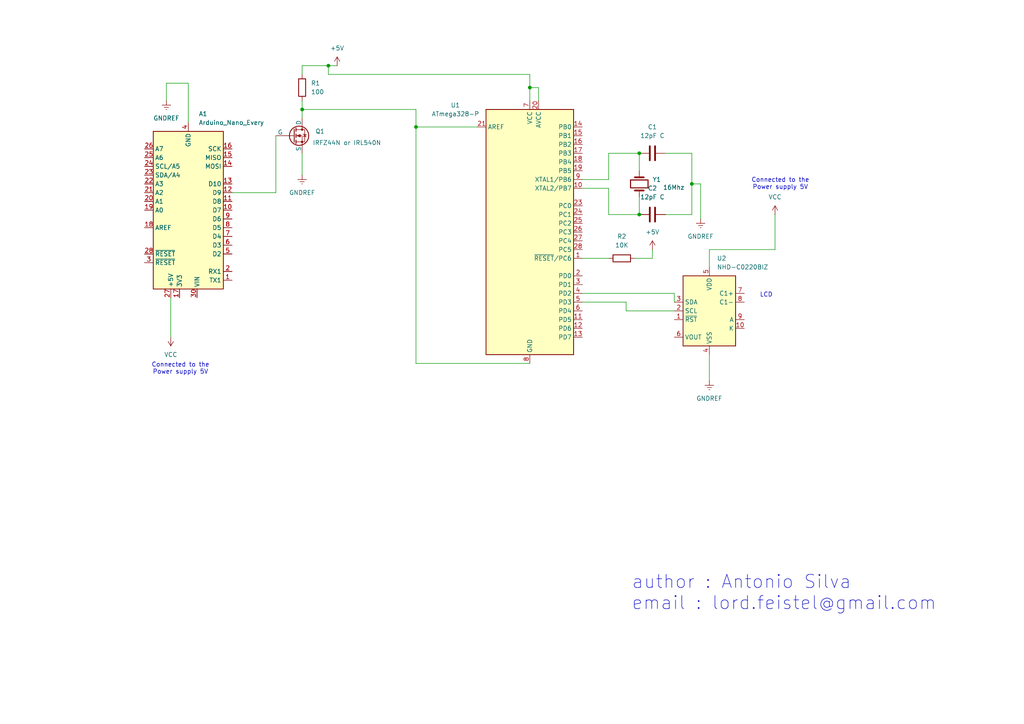
<source format=kicad_sch>
(kicad_sch
	(version 20231120)
	(generator "eeschema")
	(generator_version "8.0")
	(uuid "e467ade6-faa2-4739-bb90-b5eee98c7c51")
	(paper "A4")
	(lib_symbols
		(symbol "Device:C"
			(pin_numbers hide)
			(pin_names
				(offset 0.254)
			)
			(exclude_from_sim no)
			(in_bom yes)
			(on_board yes)
			(property "Reference" "C"
				(at 0.635 2.54 0)
				(effects
					(font
						(size 1.27 1.27)
					)
					(justify left)
				)
			)
			(property "Value" "C"
				(at 0.635 -2.54 0)
				(effects
					(font
						(size 1.27 1.27)
					)
					(justify left)
				)
			)
			(property "Footprint" ""
				(at 0.9652 -3.81 0)
				(effects
					(font
						(size 1.27 1.27)
					)
					(hide yes)
				)
			)
			(property "Datasheet" "~"
				(at 0 0 0)
				(effects
					(font
						(size 1.27 1.27)
					)
					(hide yes)
				)
			)
			(property "Description" "Unpolarized capacitor"
				(at 0 0 0)
				(effects
					(font
						(size 1.27 1.27)
					)
					(hide yes)
				)
			)
			(property "ki_keywords" "cap capacitor"
				(at 0 0 0)
				(effects
					(font
						(size 1.27 1.27)
					)
					(hide yes)
				)
			)
			(property "ki_fp_filters" "C_*"
				(at 0 0 0)
				(effects
					(font
						(size 1.27 1.27)
					)
					(hide yes)
				)
			)
			(symbol "C_0_1"
				(polyline
					(pts
						(xy -2.032 -0.762) (xy 2.032 -0.762)
					)
					(stroke
						(width 0.508)
						(type default)
					)
					(fill
						(type none)
					)
				)
				(polyline
					(pts
						(xy -2.032 0.762) (xy 2.032 0.762)
					)
					(stroke
						(width 0.508)
						(type default)
					)
					(fill
						(type none)
					)
				)
			)
			(symbol "C_1_1"
				(pin passive line
					(at 0 3.81 270)
					(length 2.794)
					(name "~"
						(effects
							(font
								(size 1.27 1.27)
							)
						)
					)
					(number "1"
						(effects
							(font
								(size 1.27 1.27)
							)
						)
					)
				)
				(pin passive line
					(at 0 -3.81 90)
					(length 2.794)
					(name "~"
						(effects
							(font
								(size 1.27 1.27)
							)
						)
					)
					(number "2"
						(effects
							(font
								(size 1.27 1.27)
							)
						)
					)
				)
			)
		)
		(symbol "Device:Crystal"
			(pin_numbers hide)
			(pin_names
				(offset 1.016) hide)
			(exclude_from_sim no)
			(in_bom yes)
			(on_board yes)
			(property "Reference" "Y"
				(at 0 3.81 0)
				(effects
					(font
						(size 1.27 1.27)
					)
				)
			)
			(property "Value" "Crystal"
				(at 0 -3.81 0)
				(effects
					(font
						(size 1.27 1.27)
					)
				)
			)
			(property "Footprint" ""
				(at 0 0 0)
				(effects
					(font
						(size 1.27 1.27)
					)
					(hide yes)
				)
			)
			(property "Datasheet" "~"
				(at 0 0 0)
				(effects
					(font
						(size 1.27 1.27)
					)
					(hide yes)
				)
			)
			(property "Description" "Two pin crystal"
				(at 0 0 0)
				(effects
					(font
						(size 1.27 1.27)
					)
					(hide yes)
				)
			)
			(property "ki_keywords" "quartz ceramic resonator oscillator"
				(at 0 0 0)
				(effects
					(font
						(size 1.27 1.27)
					)
					(hide yes)
				)
			)
			(property "ki_fp_filters" "Crystal*"
				(at 0 0 0)
				(effects
					(font
						(size 1.27 1.27)
					)
					(hide yes)
				)
			)
			(symbol "Crystal_0_1"
				(rectangle
					(start -1.143 2.54)
					(end 1.143 -2.54)
					(stroke
						(width 0.3048)
						(type default)
					)
					(fill
						(type none)
					)
				)
				(polyline
					(pts
						(xy -2.54 0) (xy -1.905 0)
					)
					(stroke
						(width 0)
						(type default)
					)
					(fill
						(type none)
					)
				)
				(polyline
					(pts
						(xy -1.905 -1.27) (xy -1.905 1.27)
					)
					(stroke
						(width 0.508)
						(type default)
					)
					(fill
						(type none)
					)
				)
				(polyline
					(pts
						(xy 1.905 -1.27) (xy 1.905 1.27)
					)
					(stroke
						(width 0.508)
						(type default)
					)
					(fill
						(type none)
					)
				)
				(polyline
					(pts
						(xy 2.54 0) (xy 1.905 0)
					)
					(stroke
						(width 0)
						(type default)
					)
					(fill
						(type none)
					)
				)
			)
			(symbol "Crystal_1_1"
				(pin passive line
					(at -3.81 0 0)
					(length 1.27)
					(name "1"
						(effects
							(font
								(size 1.27 1.27)
							)
						)
					)
					(number "1"
						(effects
							(font
								(size 1.27 1.27)
							)
						)
					)
				)
				(pin passive line
					(at 3.81 0 180)
					(length 1.27)
					(name "2"
						(effects
							(font
								(size 1.27 1.27)
							)
						)
					)
					(number "2"
						(effects
							(font
								(size 1.27 1.27)
							)
						)
					)
				)
			)
		)
		(symbol "Device:R"
			(pin_numbers hide)
			(pin_names
				(offset 0)
			)
			(exclude_from_sim no)
			(in_bom yes)
			(on_board yes)
			(property "Reference" "R"
				(at 2.032 0 90)
				(effects
					(font
						(size 1.27 1.27)
					)
				)
			)
			(property "Value" "R"
				(at 0 0 90)
				(effects
					(font
						(size 1.27 1.27)
					)
				)
			)
			(property "Footprint" ""
				(at -1.778 0 90)
				(effects
					(font
						(size 1.27 1.27)
					)
					(hide yes)
				)
			)
			(property "Datasheet" "~"
				(at 0 0 0)
				(effects
					(font
						(size 1.27 1.27)
					)
					(hide yes)
				)
			)
			(property "Description" "Resistor"
				(at 0 0 0)
				(effects
					(font
						(size 1.27 1.27)
					)
					(hide yes)
				)
			)
			(property "ki_keywords" "R res resistor"
				(at 0 0 0)
				(effects
					(font
						(size 1.27 1.27)
					)
					(hide yes)
				)
			)
			(property "ki_fp_filters" "R_*"
				(at 0 0 0)
				(effects
					(font
						(size 1.27 1.27)
					)
					(hide yes)
				)
			)
			(symbol "R_0_1"
				(rectangle
					(start -1.016 -2.54)
					(end 1.016 2.54)
					(stroke
						(width 0.254)
						(type default)
					)
					(fill
						(type none)
					)
				)
			)
			(symbol "R_1_1"
				(pin passive line
					(at 0 3.81 270)
					(length 1.27)
					(name "~"
						(effects
							(font
								(size 1.27 1.27)
							)
						)
					)
					(number "1"
						(effects
							(font
								(size 1.27 1.27)
							)
						)
					)
				)
				(pin passive line
					(at 0 -3.81 90)
					(length 1.27)
					(name "~"
						(effects
							(font
								(size 1.27 1.27)
							)
						)
					)
					(number "2"
						(effects
							(font
								(size 1.27 1.27)
							)
						)
					)
				)
			)
		)
		(symbol "Display_Character:NHD-C0220BIZ"
			(exclude_from_sim no)
			(in_bom yes)
			(on_board yes)
			(property "Reference" "U"
				(at -6.35 11.43 0)
				(effects
					(font
						(size 1.27 1.27)
					)
				)
			)
			(property "Value" "NHD-C0220BIZ"
				(at 8.89 11.43 0)
				(effects
					(font
						(size 1.27 1.27)
					)
				)
			)
			(property "Footprint" "Display:NHD-C0220BiZ"
				(at 0 -15.24 0)
				(effects
					(font
						(size 1.27 1.27)
					)
					(hide yes)
				)
			)
			(property "Datasheet" "http://www.newhavendisplay.com/specs/NHD-C0220BiZ-FSW-FBW-3V3M.pdf"
				(at -7.62 15.24 0)
				(effects
					(font
						(size 1.27 1.27)
					)
					(hide yes)
				)
			)
			(property "Description" "LCD 20x2 Alphanumeric 10pin Blue/White/Green Backlight, i2c, 3.3V VDD"
				(at 0 0 0)
				(effects
					(font
						(size 1.27 1.27)
					)
					(hide yes)
				)
			)
			(property "ki_keywords" "display LCD 20x2"
				(at 0 0 0)
				(effects
					(font
						(size 1.27 1.27)
					)
					(hide yes)
				)
			)
			(property "ki_fp_filters" "NHD*C0220BiZ*"
				(at 0 0 0)
				(effects
					(font
						(size 1.27 1.27)
					)
					(hide yes)
				)
			)
			(symbol "NHD-C0220BIZ_0_1"
				(rectangle
					(start -7.62 10.16)
					(end 7.62 -10.16)
					(stroke
						(width 0.254)
						(type default)
					)
					(fill
						(type background)
					)
				)
			)
			(symbol "NHD-C0220BIZ_1_1"
				(pin input line
					(at -10.16 -2.54 0)
					(length 2.54)
					(name "~{RST}"
						(effects
							(font
								(size 1.27 1.27)
							)
						)
					)
					(number "1"
						(effects
							(font
								(size 1.27 1.27)
							)
						)
					)
				)
				(pin passive line
					(at 10.16 -5.08 180)
					(length 2.54)
					(name "K"
						(effects
							(font
								(size 1.27 1.27)
							)
						)
					)
					(number "10"
						(effects
							(font
								(size 1.27 1.27)
							)
						)
					)
				)
				(pin input line
					(at -10.16 0 0)
					(length 2.54)
					(name "SCL"
						(effects
							(font
								(size 1.27 1.27)
							)
						)
					)
					(number "2"
						(effects
							(font
								(size 1.27 1.27)
							)
						)
					)
				)
				(pin bidirectional line
					(at -10.16 2.54 0)
					(length 2.54)
					(name "SDA"
						(effects
							(font
								(size 1.27 1.27)
							)
						)
					)
					(number "3"
						(effects
							(font
								(size 1.27 1.27)
							)
						)
					)
				)
				(pin power_in line
					(at 0 -12.7 90)
					(length 2.54)
					(name "VSS"
						(effects
							(font
								(size 1.27 1.27)
							)
						)
					)
					(number "4"
						(effects
							(font
								(size 1.27 1.27)
							)
						)
					)
				)
				(pin power_in line
					(at 0 12.7 270)
					(length 2.54)
					(name "VDD"
						(effects
							(font
								(size 1.27 1.27)
							)
						)
					)
					(number "5"
						(effects
							(font
								(size 1.27 1.27)
							)
						)
					)
				)
				(pin passive line
					(at -10.16 -7.62 0)
					(length 2.54)
					(name "VOUT"
						(effects
							(font
								(size 1.27 1.27)
							)
						)
					)
					(number "6"
						(effects
							(font
								(size 1.27 1.27)
							)
						)
					)
				)
				(pin passive line
					(at 10.16 5.08 180)
					(length 2.54)
					(name "C1+"
						(effects
							(font
								(size 1.27 1.27)
							)
						)
					)
					(number "7"
						(effects
							(font
								(size 1.27 1.27)
							)
						)
					)
				)
				(pin passive line
					(at 10.16 2.54 180)
					(length 2.54)
					(name "C1-"
						(effects
							(font
								(size 1.27 1.27)
							)
						)
					)
					(number "8"
						(effects
							(font
								(size 1.27 1.27)
							)
						)
					)
				)
				(pin passive line
					(at 10.16 -2.54 180)
					(length 2.54)
					(name "A"
						(effects
							(font
								(size 1.27 1.27)
							)
						)
					)
					(number "9"
						(effects
							(font
								(size 1.27 1.27)
							)
						)
					)
				)
			)
		)
		(symbol "MCU_Microchip_ATmega:ATmega328-P"
			(exclude_from_sim no)
			(in_bom yes)
			(on_board yes)
			(property "Reference" "U"
				(at -12.7 36.83 0)
				(effects
					(font
						(size 1.27 1.27)
					)
					(justify left bottom)
				)
			)
			(property "Value" "ATmega328-P"
				(at 2.54 -36.83 0)
				(effects
					(font
						(size 1.27 1.27)
					)
					(justify left top)
				)
			)
			(property "Footprint" "Package_DIP:DIP-28_W7.62mm"
				(at 0 0 0)
				(effects
					(font
						(size 1.27 1.27)
						(italic yes)
					)
					(hide yes)
				)
			)
			(property "Datasheet" "http://ww1.microchip.com/downloads/en/DeviceDoc/ATmega328_P%20AVR%20MCU%20with%20picoPower%20Technology%20Data%20Sheet%2040001984A.pdf"
				(at 0 0 0)
				(effects
					(font
						(size 1.27 1.27)
					)
					(hide yes)
				)
			)
			(property "Description" "20MHz, 32kB Flash, 2kB SRAM, 1kB EEPROM, DIP-28"
				(at 0 0 0)
				(effects
					(font
						(size 1.27 1.27)
					)
					(hide yes)
				)
			)
			(property "ki_keywords" "AVR 8bit Microcontroller MegaAVR"
				(at 0 0 0)
				(effects
					(font
						(size 1.27 1.27)
					)
					(hide yes)
				)
			)
			(property "ki_fp_filters" "DIP*W7.62mm*"
				(at 0 0 0)
				(effects
					(font
						(size 1.27 1.27)
					)
					(hide yes)
				)
			)
			(symbol "ATmega328-P_0_1"
				(rectangle
					(start -12.7 -35.56)
					(end 12.7 35.56)
					(stroke
						(width 0.254)
						(type default)
					)
					(fill
						(type background)
					)
				)
			)
			(symbol "ATmega328-P_1_1"
				(pin bidirectional line
					(at 15.24 -7.62 180)
					(length 2.54)
					(name "~{RESET}/PC6"
						(effects
							(font
								(size 1.27 1.27)
							)
						)
					)
					(number "1"
						(effects
							(font
								(size 1.27 1.27)
							)
						)
					)
				)
				(pin bidirectional line
					(at 15.24 12.7 180)
					(length 2.54)
					(name "XTAL2/PB7"
						(effects
							(font
								(size 1.27 1.27)
							)
						)
					)
					(number "10"
						(effects
							(font
								(size 1.27 1.27)
							)
						)
					)
				)
				(pin bidirectional line
					(at 15.24 -25.4 180)
					(length 2.54)
					(name "PD5"
						(effects
							(font
								(size 1.27 1.27)
							)
						)
					)
					(number "11"
						(effects
							(font
								(size 1.27 1.27)
							)
						)
					)
				)
				(pin bidirectional line
					(at 15.24 -27.94 180)
					(length 2.54)
					(name "PD6"
						(effects
							(font
								(size 1.27 1.27)
							)
						)
					)
					(number "12"
						(effects
							(font
								(size 1.27 1.27)
							)
						)
					)
				)
				(pin bidirectional line
					(at 15.24 -30.48 180)
					(length 2.54)
					(name "PD7"
						(effects
							(font
								(size 1.27 1.27)
							)
						)
					)
					(number "13"
						(effects
							(font
								(size 1.27 1.27)
							)
						)
					)
				)
				(pin bidirectional line
					(at 15.24 30.48 180)
					(length 2.54)
					(name "PB0"
						(effects
							(font
								(size 1.27 1.27)
							)
						)
					)
					(number "14"
						(effects
							(font
								(size 1.27 1.27)
							)
						)
					)
				)
				(pin bidirectional line
					(at 15.24 27.94 180)
					(length 2.54)
					(name "PB1"
						(effects
							(font
								(size 1.27 1.27)
							)
						)
					)
					(number "15"
						(effects
							(font
								(size 1.27 1.27)
							)
						)
					)
				)
				(pin bidirectional line
					(at 15.24 25.4 180)
					(length 2.54)
					(name "PB2"
						(effects
							(font
								(size 1.27 1.27)
							)
						)
					)
					(number "16"
						(effects
							(font
								(size 1.27 1.27)
							)
						)
					)
				)
				(pin bidirectional line
					(at 15.24 22.86 180)
					(length 2.54)
					(name "PB3"
						(effects
							(font
								(size 1.27 1.27)
							)
						)
					)
					(number "17"
						(effects
							(font
								(size 1.27 1.27)
							)
						)
					)
				)
				(pin bidirectional line
					(at 15.24 20.32 180)
					(length 2.54)
					(name "PB4"
						(effects
							(font
								(size 1.27 1.27)
							)
						)
					)
					(number "18"
						(effects
							(font
								(size 1.27 1.27)
							)
						)
					)
				)
				(pin bidirectional line
					(at 15.24 17.78 180)
					(length 2.54)
					(name "PB5"
						(effects
							(font
								(size 1.27 1.27)
							)
						)
					)
					(number "19"
						(effects
							(font
								(size 1.27 1.27)
							)
						)
					)
				)
				(pin bidirectional line
					(at 15.24 -12.7 180)
					(length 2.54)
					(name "PD0"
						(effects
							(font
								(size 1.27 1.27)
							)
						)
					)
					(number "2"
						(effects
							(font
								(size 1.27 1.27)
							)
						)
					)
				)
				(pin power_in line
					(at 2.54 38.1 270)
					(length 2.54)
					(name "AVCC"
						(effects
							(font
								(size 1.27 1.27)
							)
						)
					)
					(number "20"
						(effects
							(font
								(size 1.27 1.27)
							)
						)
					)
				)
				(pin passive line
					(at -15.24 30.48 0)
					(length 2.54)
					(name "AREF"
						(effects
							(font
								(size 1.27 1.27)
							)
						)
					)
					(number "21"
						(effects
							(font
								(size 1.27 1.27)
							)
						)
					)
				)
				(pin passive line
					(at 0 -38.1 90)
					(length 2.54) hide
					(name "GND"
						(effects
							(font
								(size 1.27 1.27)
							)
						)
					)
					(number "22"
						(effects
							(font
								(size 1.27 1.27)
							)
						)
					)
				)
				(pin bidirectional line
					(at 15.24 7.62 180)
					(length 2.54)
					(name "PC0"
						(effects
							(font
								(size 1.27 1.27)
							)
						)
					)
					(number "23"
						(effects
							(font
								(size 1.27 1.27)
							)
						)
					)
				)
				(pin bidirectional line
					(at 15.24 5.08 180)
					(length 2.54)
					(name "PC1"
						(effects
							(font
								(size 1.27 1.27)
							)
						)
					)
					(number "24"
						(effects
							(font
								(size 1.27 1.27)
							)
						)
					)
				)
				(pin bidirectional line
					(at 15.24 2.54 180)
					(length 2.54)
					(name "PC2"
						(effects
							(font
								(size 1.27 1.27)
							)
						)
					)
					(number "25"
						(effects
							(font
								(size 1.27 1.27)
							)
						)
					)
				)
				(pin bidirectional line
					(at 15.24 0 180)
					(length 2.54)
					(name "PC3"
						(effects
							(font
								(size 1.27 1.27)
							)
						)
					)
					(number "26"
						(effects
							(font
								(size 1.27 1.27)
							)
						)
					)
				)
				(pin bidirectional line
					(at 15.24 -2.54 180)
					(length 2.54)
					(name "PC4"
						(effects
							(font
								(size 1.27 1.27)
							)
						)
					)
					(number "27"
						(effects
							(font
								(size 1.27 1.27)
							)
						)
					)
				)
				(pin bidirectional line
					(at 15.24 -5.08 180)
					(length 2.54)
					(name "PC5"
						(effects
							(font
								(size 1.27 1.27)
							)
						)
					)
					(number "28"
						(effects
							(font
								(size 1.27 1.27)
							)
						)
					)
				)
				(pin bidirectional line
					(at 15.24 -15.24 180)
					(length 2.54)
					(name "PD1"
						(effects
							(font
								(size 1.27 1.27)
							)
						)
					)
					(number "3"
						(effects
							(font
								(size 1.27 1.27)
							)
						)
					)
				)
				(pin bidirectional line
					(at 15.24 -17.78 180)
					(length 2.54)
					(name "PD2"
						(effects
							(font
								(size 1.27 1.27)
							)
						)
					)
					(number "4"
						(effects
							(font
								(size 1.27 1.27)
							)
						)
					)
				)
				(pin bidirectional line
					(at 15.24 -20.32 180)
					(length 2.54)
					(name "PD3"
						(effects
							(font
								(size 1.27 1.27)
							)
						)
					)
					(number "5"
						(effects
							(font
								(size 1.27 1.27)
							)
						)
					)
				)
				(pin bidirectional line
					(at 15.24 -22.86 180)
					(length 2.54)
					(name "PD4"
						(effects
							(font
								(size 1.27 1.27)
							)
						)
					)
					(number "6"
						(effects
							(font
								(size 1.27 1.27)
							)
						)
					)
				)
				(pin power_in line
					(at 0 38.1 270)
					(length 2.54)
					(name "VCC"
						(effects
							(font
								(size 1.27 1.27)
							)
						)
					)
					(number "7"
						(effects
							(font
								(size 1.27 1.27)
							)
						)
					)
				)
				(pin power_in line
					(at 0 -38.1 90)
					(length 2.54)
					(name "GND"
						(effects
							(font
								(size 1.27 1.27)
							)
						)
					)
					(number "8"
						(effects
							(font
								(size 1.27 1.27)
							)
						)
					)
				)
				(pin bidirectional line
					(at 15.24 15.24 180)
					(length 2.54)
					(name "XTAL1/PB6"
						(effects
							(font
								(size 1.27 1.27)
							)
						)
					)
					(number "9"
						(effects
							(font
								(size 1.27 1.27)
							)
						)
					)
				)
			)
		)
		(symbol "MCU_Module:Arduino_Nano_Every"
			(exclude_from_sim no)
			(in_bom yes)
			(on_board yes)
			(property "Reference" "A"
				(at -10.16 23.495 0)
				(effects
					(font
						(size 1.27 1.27)
					)
					(justify left bottom)
				)
			)
			(property "Value" "Arduino_Nano_Every"
				(at 5.08 -24.13 0)
				(effects
					(font
						(size 1.27 1.27)
					)
					(justify left top)
				)
			)
			(property "Footprint" "Module:Arduino_Nano"
				(at 0 0 0)
				(effects
					(font
						(size 1.27 1.27)
						(italic yes)
					)
					(hide yes)
				)
			)
			(property "Datasheet" "https://content.arduino.cc/assets/NANOEveryV3.0_sch.pdf"
				(at 0 0 0)
				(effects
					(font
						(size 1.27 1.27)
					)
					(hide yes)
				)
			)
			(property "Description" "Arduino Nano Every"
				(at 0 0 0)
				(effects
					(font
						(size 1.27 1.27)
					)
					(hide yes)
				)
			)
			(property "ki_keywords" "Arduino nano microcontroller module USB UPDI AATMega4809 AVR"
				(at 0 0 0)
				(effects
					(font
						(size 1.27 1.27)
					)
					(hide yes)
				)
			)
			(property "ki_fp_filters" "Arduino*Nano*"
				(at 0 0 0)
				(effects
					(font
						(size 1.27 1.27)
					)
					(hide yes)
				)
			)
			(symbol "Arduino_Nano_Every_0_1"
				(rectangle
					(start -10.16 22.86)
					(end 10.16 -22.86)
					(stroke
						(width 0.254)
						(type default)
					)
					(fill
						(type background)
					)
				)
			)
			(symbol "Arduino_Nano_Every_1_1"
				(pin bidirectional line
					(at -12.7 20.32 0)
					(length 2.54)
					(name "TX1"
						(effects
							(font
								(size 1.27 1.27)
							)
						)
					)
					(number "1"
						(effects
							(font
								(size 1.27 1.27)
							)
						)
					)
				)
				(pin bidirectional line
					(at -12.7 0 0)
					(length 2.54)
					(name "D7"
						(effects
							(font
								(size 1.27 1.27)
							)
						)
					)
					(number "10"
						(effects
							(font
								(size 1.27 1.27)
							)
						)
					)
				)
				(pin bidirectional line
					(at -12.7 -2.54 0)
					(length 2.54)
					(name "D8"
						(effects
							(font
								(size 1.27 1.27)
							)
						)
					)
					(number "11"
						(effects
							(font
								(size 1.27 1.27)
							)
						)
					)
				)
				(pin bidirectional line
					(at -12.7 -5.08 0)
					(length 2.54)
					(name "D9"
						(effects
							(font
								(size 1.27 1.27)
							)
						)
					)
					(number "12"
						(effects
							(font
								(size 1.27 1.27)
							)
						)
					)
				)
				(pin bidirectional line
					(at -12.7 -7.62 0)
					(length 2.54)
					(name "D10"
						(effects
							(font
								(size 1.27 1.27)
							)
						)
					)
					(number "13"
						(effects
							(font
								(size 1.27 1.27)
							)
						)
					)
				)
				(pin bidirectional line
					(at -12.7 -12.7 0)
					(length 2.54)
					(name "MOSI"
						(effects
							(font
								(size 1.27 1.27)
							)
						)
					)
					(number "14"
						(effects
							(font
								(size 1.27 1.27)
							)
						)
					)
				)
				(pin bidirectional line
					(at -12.7 -15.24 0)
					(length 2.54)
					(name "MISO"
						(effects
							(font
								(size 1.27 1.27)
							)
						)
					)
					(number "15"
						(effects
							(font
								(size 1.27 1.27)
							)
						)
					)
				)
				(pin bidirectional line
					(at -12.7 -17.78 0)
					(length 2.54)
					(name "SCK"
						(effects
							(font
								(size 1.27 1.27)
							)
						)
					)
					(number "16"
						(effects
							(font
								(size 1.27 1.27)
							)
						)
					)
				)
				(pin power_out line
					(at 2.54 25.4 270)
					(length 2.54)
					(name "3V3"
						(effects
							(font
								(size 1.27 1.27)
							)
						)
					)
					(number "17"
						(effects
							(font
								(size 1.27 1.27)
							)
						)
					)
				)
				(pin input line
					(at 12.7 5.08 180)
					(length 2.54)
					(name "AREF"
						(effects
							(font
								(size 1.27 1.27)
							)
						)
					)
					(number "18"
						(effects
							(font
								(size 1.27 1.27)
							)
						)
					)
				)
				(pin bidirectional line
					(at 12.7 0 180)
					(length 2.54)
					(name "A0"
						(effects
							(font
								(size 1.27 1.27)
							)
						)
					)
					(number "19"
						(effects
							(font
								(size 1.27 1.27)
							)
						)
					)
				)
				(pin bidirectional line
					(at -12.7 17.78 0)
					(length 2.54)
					(name "RX1"
						(effects
							(font
								(size 1.27 1.27)
							)
						)
					)
					(number "2"
						(effects
							(font
								(size 1.27 1.27)
							)
						)
					)
				)
				(pin bidirectional line
					(at 12.7 -2.54 180)
					(length 2.54)
					(name "A1"
						(effects
							(font
								(size 1.27 1.27)
							)
						)
					)
					(number "20"
						(effects
							(font
								(size 1.27 1.27)
							)
						)
					)
				)
				(pin bidirectional line
					(at 12.7 -5.08 180)
					(length 2.54)
					(name "A2"
						(effects
							(font
								(size 1.27 1.27)
							)
						)
					)
					(number "21"
						(effects
							(font
								(size 1.27 1.27)
							)
						)
					)
				)
				(pin bidirectional line
					(at 12.7 -7.62 180)
					(length 2.54)
					(name "A3"
						(effects
							(font
								(size 1.27 1.27)
							)
						)
					)
					(number "22"
						(effects
							(font
								(size 1.27 1.27)
							)
						)
					)
				)
				(pin bidirectional line
					(at 12.7 -10.16 180)
					(length 2.54)
					(name "SDA/A4"
						(effects
							(font
								(size 1.27 1.27)
							)
						)
					)
					(number "23"
						(effects
							(font
								(size 1.27 1.27)
							)
						)
					)
				)
				(pin bidirectional line
					(at 12.7 -12.7 180)
					(length 2.54)
					(name "SCL/A5"
						(effects
							(font
								(size 1.27 1.27)
							)
						)
					)
					(number "24"
						(effects
							(font
								(size 1.27 1.27)
							)
						)
					)
				)
				(pin bidirectional line
					(at 12.7 -15.24 180)
					(length 2.54)
					(name "A6"
						(effects
							(font
								(size 1.27 1.27)
							)
						)
					)
					(number "25"
						(effects
							(font
								(size 1.27 1.27)
							)
						)
					)
				)
				(pin bidirectional line
					(at 12.7 -17.78 180)
					(length 2.54)
					(name "A7"
						(effects
							(font
								(size 1.27 1.27)
							)
						)
					)
					(number "26"
						(effects
							(font
								(size 1.27 1.27)
							)
						)
					)
				)
				(pin power_out line
					(at 5.08 25.4 270)
					(length 2.54)
					(name "+5V"
						(effects
							(font
								(size 1.27 1.27)
							)
						)
					)
					(number "27"
						(effects
							(font
								(size 1.27 1.27)
							)
						)
					)
				)
				(pin input line
					(at 12.7 12.7 180)
					(length 2.54)
					(name "~{RESET}"
						(effects
							(font
								(size 1.27 1.27)
							)
						)
					)
					(number "28"
						(effects
							(font
								(size 1.27 1.27)
							)
						)
					)
				)
				(pin passive line
					(at 0 -25.4 90)
					(length 2.54) hide
					(name "GND"
						(effects
							(font
								(size 1.27 1.27)
							)
						)
					)
					(number "29"
						(effects
							(font
								(size 1.27 1.27)
							)
						)
					)
				)
				(pin input line
					(at 12.7 15.24 180)
					(length 2.54)
					(name "~{RESET}"
						(effects
							(font
								(size 1.27 1.27)
							)
						)
					)
					(number "3"
						(effects
							(font
								(size 1.27 1.27)
							)
						)
					)
				)
				(pin power_in line
					(at -2.54 25.4 270)
					(length 2.54)
					(name "VIN"
						(effects
							(font
								(size 1.27 1.27)
							)
						)
					)
					(number "30"
						(effects
							(font
								(size 1.27 1.27)
							)
						)
					)
				)
				(pin power_in line
					(at 0 -25.4 90)
					(length 2.54)
					(name "GND"
						(effects
							(font
								(size 1.27 1.27)
							)
						)
					)
					(number "4"
						(effects
							(font
								(size 1.27 1.27)
							)
						)
					)
				)
				(pin bidirectional line
					(at -12.7 12.7 0)
					(length 2.54)
					(name "D2"
						(effects
							(font
								(size 1.27 1.27)
							)
						)
					)
					(number "5"
						(effects
							(font
								(size 1.27 1.27)
							)
						)
					)
				)
				(pin bidirectional line
					(at -12.7 10.16 0)
					(length 2.54)
					(name "D3"
						(effects
							(font
								(size 1.27 1.27)
							)
						)
					)
					(number "6"
						(effects
							(font
								(size 1.27 1.27)
							)
						)
					)
				)
				(pin bidirectional line
					(at -12.7 7.62 0)
					(length 2.54)
					(name "D4"
						(effects
							(font
								(size 1.27 1.27)
							)
						)
					)
					(number "7"
						(effects
							(font
								(size 1.27 1.27)
							)
						)
					)
				)
				(pin bidirectional line
					(at -12.7 5.08 0)
					(length 2.54)
					(name "D5"
						(effects
							(font
								(size 1.27 1.27)
							)
						)
					)
					(number "8"
						(effects
							(font
								(size 1.27 1.27)
							)
						)
					)
				)
				(pin bidirectional line
					(at -12.7 2.54 0)
					(length 2.54)
					(name "D6"
						(effects
							(font
								(size 1.27 1.27)
							)
						)
					)
					(number "9"
						(effects
							(font
								(size 1.27 1.27)
							)
						)
					)
				)
			)
		)
		(symbol "Simulation_SPICE:NMOS"
			(pin_numbers hide)
			(pin_names
				(offset 0)
			)
			(exclude_from_sim no)
			(in_bom yes)
			(on_board yes)
			(property "Reference" "Q"
				(at 5.08 1.27 0)
				(effects
					(font
						(size 1.27 1.27)
					)
					(justify left)
				)
			)
			(property "Value" "NMOS"
				(at 5.08 -1.27 0)
				(effects
					(font
						(size 1.27 1.27)
					)
					(justify left)
				)
			)
			(property "Footprint" ""
				(at 5.08 2.54 0)
				(effects
					(font
						(size 1.27 1.27)
					)
					(hide yes)
				)
			)
			(property "Datasheet" "https://ngspice.sourceforge.io/docs/ngspice-html-manual/manual.xhtml#cha_MOSFETs"
				(at 0 -12.7 0)
				(effects
					(font
						(size 1.27 1.27)
					)
					(hide yes)
				)
			)
			(property "Description" "N-MOSFET transistor, drain/source/gate"
				(at 0 0 0)
				(effects
					(font
						(size 1.27 1.27)
					)
					(hide yes)
				)
			)
			(property "Sim.Device" "NMOS"
				(at 0 -17.145 0)
				(effects
					(font
						(size 1.27 1.27)
					)
					(hide yes)
				)
			)
			(property "Sim.Type" "VDMOS"
				(at 0 -19.05 0)
				(effects
					(font
						(size 1.27 1.27)
					)
					(hide yes)
				)
			)
			(property "Sim.Pins" "1=D 2=G 3=S"
				(at 0 -15.24 0)
				(effects
					(font
						(size 1.27 1.27)
					)
					(hide yes)
				)
			)
			(property "ki_keywords" "transistor NMOS N-MOS N-MOSFET simulation"
				(at 0 0 0)
				(effects
					(font
						(size 1.27 1.27)
					)
					(hide yes)
				)
			)
			(symbol "NMOS_0_1"
				(polyline
					(pts
						(xy 0.254 0) (xy -2.54 0)
					)
					(stroke
						(width 0)
						(type default)
					)
					(fill
						(type none)
					)
				)
				(polyline
					(pts
						(xy 0.254 1.905) (xy 0.254 -1.905)
					)
					(stroke
						(width 0.254)
						(type default)
					)
					(fill
						(type none)
					)
				)
				(polyline
					(pts
						(xy 0.762 -1.27) (xy 0.762 -2.286)
					)
					(stroke
						(width 0.254)
						(type default)
					)
					(fill
						(type none)
					)
				)
				(polyline
					(pts
						(xy 0.762 0.508) (xy 0.762 -0.508)
					)
					(stroke
						(width 0.254)
						(type default)
					)
					(fill
						(type none)
					)
				)
				(polyline
					(pts
						(xy 0.762 2.286) (xy 0.762 1.27)
					)
					(stroke
						(width 0.254)
						(type default)
					)
					(fill
						(type none)
					)
				)
				(polyline
					(pts
						(xy 2.54 2.54) (xy 2.54 1.778)
					)
					(stroke
						(width 0)
						(type default)
					)
					(fill
						(type none)
					)
				)
				(polyline
					(pts
						(xy 2.54 -2.54) (xy 2.54 0) (xy 0.762 0)
					)
					(stroke
						(width 0)
						(type default)
					)
					(fill
						(type none)
					)
				)
				(polyline
					(pts
						(xy 0.762 -1.778) (xy 3.302 -1.778) (xy 3.302 1.778) (xy 0.762 1.778)
					)
					(stroke
						(width 0)
						(type default)
					)
					(fill
						(type none)
					)
				)
				(polyline
					(pts
						(xy 1.016 0) (xy 2.032 0.381) (xy 2.032 -0.381) (xy 1.016 0)
					)
					(stroke
						(width 0)
						(type default)
					)
					(fill
						(type outline)
					)
				)
				(polyline
					(pts
						(xy 2.794 0.508) (xy 2.921 0.381) (xy 3.683 0.381) (xy 3.81 0.254)
					)
					(stroke
						(width 0)
						(type default)
					)
					(fill
						(type none)
					)
				)
				(polyline
					(pts
						(xy 3.302 0.381) (xy 2.921 -0.254) (xy 3.683 -0.254) (xy 3.302 0.381)
					)
					(stroke
						(width 0)
						(type default)
					)
					(fill
						(type none)
					)
				)
				(circle
					(center 1.651 0)
					(radius 2.794)
					(stroke
						(width 0.254)
						(type default)
					)
					(fill
						(type none)
					)
				)
				(circle
					(center 2.54 -1.778)
					(radius 0.254)
					(stroke
						(width 0)
						(type default)
					)
					(fill
						(type outline)
					)
				)
				(circle
					(center 2.54 1.778)
					(radius 0.254)
					(stroke
						(width 0)
						(type default)
					)
					(fill
						(type outline)
					)
				)
			)
			(symbol "NMOS_1_1"
				(pin passive line
					(at 2.54 5.08 270)
					(length 2.54)
					(name "D"
						(effects
							(font
								(size 1.27 1.27)
							)
						)
					)
					(number "1"
						(effects
							(font
								(size 1.27 1.27)
							)
						)
					)
				)
				(pin input line
					(at -5.08 0 0)
					(length 2.54)
					(name "G"
						(effects
							(font
								(size 1.27 1.27)
							)
						)
					)
					(number "2"
						(effects
							(font
								(size 1.27 1.27)
							)
						)
					)
				)
				(pin passive line
					(at 2.54 -5.08 90)
					(length 2.54)
					(name "S"
						(effects
							(font
								(size 1.27 1.27)
							)
						)
					)
					(number "3"
						(effects
							(font
								(size 1.27 1.27)
							)
						)
					)
				)
			)
		)
		(symbol "power:+5V"
			(power)
			(pin_numbers hide)
			(pin_names
				(offset 0) hide)
			(exclude_from_sim no)
			(in_bom yes)
			(on_board yes)
			(property "Reference" "#PWR"
				(at 0 -3.81 0)
				(effects
					(font
						(size 1.27 1.27)
					)
					(hide yes)
				)
			)
			(property "Value" "+5V"
				(at 0 3.556 0)
				(effects
					(font
						(size 1.27 1.27)
					)
				)
			)
			(property "Footprint" ""
				(at 0 0 0)
				(effects
					(font
						(size 1.27 1.27)
					)
					(hide yes)
				)
			)
			(property "Datasheet" ""
				(at 0 0 0)
				(effects
					(font
						(size 1.27 1.27)
					)
					(hide yes)
				)
			)
			(property "Description" "Power symbol creates a global label with name \"+5V\""
				(at 0 0 0)
				(effects
					(font
						(size 1.27 1.27)
					)
					(hide yes)
				)
			)
			(property "ki_keywords" "global power"
				(at 0 0 0)
				(effects
					(font
						(size 1.27 1.27)
					)
					(hide yes)
				)
			)
			(symbol "+5V_0_1"
				(polyline
					(pts
						(xy -0.762 1.27) (xy 0 2.54)
					)
					(stroke
						(width 0)
						(type default)
					)
					(fill
						(type none)
					)
				)
				(polyline
					(pts
						(xy 0 0) (xy 0 2.54)
					)
					(stroke
						(width 0)
						(type default)
					)
					(fill
						(type none)
					)
				)
				(polyline
					(pts
						(xy 0 2.54) (xy 0.762 1.27)
					)
					(stroke
						(width 0)
						(type default)
					)
					(fill
						(type none)
					)
				)
			)
			(symbol "+5V_1_1"
				(pin power_in line
					(at 0 0 90)
					(length 0)
					(name "~"
						(effects
							(font
								(size 1.27 1.27)
							)
						)
					)
					(number "1"
						(effects
							(font
								(size 1.27 1.27)
							)
						)
					)
				)
			)
		)
		(symbol "power:GNDREF"
			(power)
			(pin_numbers hide)
			(pin_names
				(offset 0) hide)
			(exclude_from_sim no)
			(in_bom yes)
			(on_board yes)
			(property "Reference" "#PWR"
				(at 0 -6.35 0)
				(effects
					(font
						(size 1.27 1.27)
					)
					(hide yes)
				)
			)
			(property "Value" "GNDREF"
				(at 0 -3.81 0)
				(effects
					(font
						(size 1.27 1.27)
					)
				)
			)
			(property "Footprint" ""
				(at 0 0 0)
				(effects
					(font
						(size 1.27 1.27)
					)
					(hide yes)
				)
			)
			(property "Datasheet" ""
				(at 0 0 0)
				(effects
					(font
						(size 1.27 1.27)
					)
					(hide yes)
				)
			)
			(property "Description" "Power symbol creates a global label with name \"GNDREF\" , reference supply ground"
				(at 0 0 0)
				(effects
					(font
						(size 1.27 1.27)
					)
					(hide yes)
				)
			)
			(property "ki_keywords" "global power"
				(at 0 0 0)
				(effects
					(font
						(size 1.27 1.27)
					)
					(hide yes)
				)
			)
			(symbol "GNDREF_0_1"
				(polyline
					(pts
						(xy -0.635 -1.905) (xy 0.635 -1.905)
					)
					(stroke
						(width 0)
						(type default)
					)
					(fill
						(type none)
					)
				)
				(polyline
					(pts
						(xy -0.127 -2.54) (xy 0.127 -2.54)
					)
					(stroke
						(width 0)
						(type default)
					)
					(fill
						(type none)
					)
				)
				(polyline
					(pts
						(xy 0 -1.27) (xy 0 0)
					)
					(stroke
						(width 0)
						(type default)
					)
					(fill
						(type none)
					)
				)
				(polyline
					(pts
						(xy 1.27 -1.27) (xy -1.27 -1.27)
					)
					(stroke
						(width 0)
						(type default)
					)
					(fill
						(type none)
					)
				)
			)
			(symbol "GNDREF_1_1"
				(pin power_in line
					(at 0 0 270)
					(length 0)
					(name "~"
						(effects
							(font
								(size 1.27 1.27)
							)
						)
					)
					(number "1"
						(effects
							(font
								(size 1.27 1.27)
							)
						)
					)
				)
			)
		)
		(symbol "power:VCC"
			(power)
			(pin_numbers hide)
			(pin_names
				(offset 0) hide)
			(exclude_from_sim no)
			(in_bom yes)
			(on_board yes)
			(property "Reference" "#PWR"
				(at 0 -3.81 0)
				(effects
					(font
						(size 1.27 1.27)
					)
					(hide yes)
				)
			)
			(property "Value" "VCC"
				(at 0 3.556 0)
				(effects
					(font
						(size 1.27 1.27)
					)
				)
			)
			(property "Footprint" ""
				(at 0 0 0)
				(effects
					(font
						(size 1.27 1.27)
					)
					(hide yes)
				)
			)
			(property "Datasheet" ""
				(at 0 0 0)
				(effects
					(font
						(size 1.27 1.27)
					)
					(hide yes)
				)
			)
			(property "Description" "Power symbol creates a global label with name \"VCC\""
				(at 0 0 0)
				(effects
					(font
						(size 1.27 1.27)
					)
					(hide yes)
				)
			)
			(property "ki_keywords" "global power"
				(at 0 0 0)
				(effects
					(font
						(size 1.27 1.27)
					)
					(hide yes)
				)
			)
			(symbol "VCC_0_1"
				(polyline
					(pts
						(xy -0.762 1.27) (xy 0 2.54)
					)
					(stroke
						(width 0)
						(type default)
					)
					(fill
						(type none)
					)
				)
				(polyline
					(pts
						(xy 0 0) (xy 0 2.54)
					)
					(stroke
						(width 0)
						(type default)
					)
					(fill
						(type none)
					)
				)
				(polyline
					(pts
						(xy 0 2.54) (xy 0.762 1.27)
					)
					(stroke
						(width 0)
						(type default)
					)
					(fill
						(type none)
					)
				)
			)
			(symbol "VCC_1_1"
				(pin power_in line
					(at 0 0 90)
					(length 0)
					(name "~"
						(effects
							(font
								(size 1.27 1.27)
							)
						)
					)
					(number "1"
						(effects
							(font
								(size 1.27 1.27)
							)
						)
					)
				)
			)
		)
	)
	(junction
		(at 153.67 25.4)
		(diameter 0)
		(color 0 0 0 0)
		(uuid "3926e9a1-c12d-407a-bc99-3ccf82413b1c")
	)
	(junction
		(at 95.25 19.05)
		(diameter 0)
		(color 0 0 0 0)
		(uuid "47f3fe80-34f4-4e3b-8ca5-532cbe1ae24e")
	)
	(junction
		(at 185.42 62.23)
		(diameter 0)
		(color 0 0 0 0)
		(uuid "8943773f-da2f-49a0-b7d2-0da6fa6adf23")
	)
	(junction
		(at 200.66 53.34)
		(diameter 0)
		(color 0 0 0 0)
		(uuid "bf6ce209-52ab-4b34-a772-2ed0298e5ef8")
	)
	(junction
		(at 120.65 36.83)
		(diameter 0)
		(color 0 0 0 0)
		(uuid "c3a71343-69ff-4838-883a-2d590ff371bd")
	)
	(junction
		(at 185.42 44.45)
		(diameter 0)
		(color 0 0 0 0)
		(uuid "db11756a-3a15-4b37-9b26-9b188cac5be6")
	)
	(junction
		(at 87.63 31.75)
		(diameter 0)
		(color 0 0 0 0)
		(uuid "f3fb1613-e953-4dd1-afac-fa5c8c1c6eec")
	)
	(wire
		(pts
			(xy 156.21 29.21) (xy 156.21 25.4)
		)
		(stroke
			(width 0)
			(type default)
		)
		(uuid "01bb0a1b-de1b-4d95-b8e0-960c43737aad")
	)
	(wire
		(pts
			(xy 87.63 29.21) (xy 87.63 31.75)
		)
		(stroke
			(width 0)
			(type default)
		)
		(uuid "045e5295-3147-429b-a8d6-145722e5fe61")
	)
	(wire
		(pts
			(xy 156.21 25.4) (xy 153.67 25.4)
		)
		(stroke
			(width 0)
			(type default)
		)
		(uuid "12145b02-a564-4fed-b843-6af92508cc96")
	)
	(wire
		(pts
			(xy 193.04 62.23) (xy 200.66 62.23)
		)
		(stroke
			(width 0)
			(type default)
		)
		(uuid "15ba9863-613e-4c83-85d3-73667a1a385b")
	)
	(wire
		(pts
			(xy 87.63 19.05) (xy 95.25 19.05)
		)
		(stroke
			(width 0)
			(type default)
		)
		(uuid "2671dc6e-1328-408e-85dc-321c3eb8059e")
	)
	(wire
		(pts
			(xy 87.63 31.75) (xy 87.63 34.29)
		)
		(stroke
			(width 0)
			(type default)
		)
		(uuid "27d04e15-9314-46de-a372-7e6abb780d63")
	)
	(wire
		(pts
			(xy 176.53 54.61) (xy 176.53 62.23)
		)
		(stroke
			(width 0)
			(type default)
		)
		(uuid "2fb571e6-214f-4bf6-8592-074562141a3e")
	)
	(wire
		(pts
			(xy 184.15 74.93) (xy 189.23 74.93)
		)
		(stroke
			(width 0)
			(type default)
		)
		(uuid "2fbdcf73-a7a6-4c4b-a73c-9a3f2e3fbfff")
	)
	(wire
		(pts
			(xy 49.53 86.36) (xy 49.53 97.79)
		)
		(stroke
			(width 0)
			(type default)
		)
		(uuid "32c8e0d6-1197-4622-9638-ed295f2eb649")
	)
	(wire
		(pts
			(xy 95.25 21.59) (xy 95.25 19.05)
		)
		(stroke
			(width 0)
			(type default)
		)
		(uuid "33a8c111-7062-42d0-ab66-5fa1ab93d742")
	)
	(wire
		(pts
			(xy 54.61 24.13) (xy 54.61 35.56)
		)
		(stroke
			(width 0)
			(type default)
		)
		(uuid "35a5bd8e-1832-4825-8553-c91f55faeee0")
	)
	(wire
		(pts
			(xy 181.61 90.17) (xy 195.58 90.17)
		)
		(stroke
			(width 0)
			(type default)
		)
		(uuid "3ee72147-b106-47b0-8681-4ec436566ea4")
	)
	(wire
		(pts
			(xy 185.42 44.45) (xy 185.42 49.53)
		)
		(stroke
			(width 0)
			(type default)
		)
		(uuid "428365a7-dd49-453b-8e58-613ab749cc3f")
	)
	(wire
		(pts
			(xy 205.74 102.87) (xy 205.74 110.49)
		)
		(stroke
			(width 0)
			(type default)
		)
		(uuid "4858b8d7-e498-4fa3-b35c-48fd27215db2")
	)
	(wire
		(pts
			(xy 87.63 44.45) (xy 87.63 50.8)
		)
		(stroke
			(width 0)
			(type default)
		)
		(uuid "48ab4fce-21f8-4684-bfce-3be1536dcffa")
	)
	(wire
		(pts
			(xy 120.65 31.75) (xy 87.63 31.75)
		)
		(stroke
			(width 0)
			(type default)
		)
		(uuid "4d598094-6db3-46f1-883d-35d28bcbe556")
	)
	(wire
		(pts
			(xy 80.01 55.88) (xy 80.01 39.37)
		)
		(stroke
			(width 0)
			(type default)
		)
		(uuid "54cc5585-e690-4e8b-8e96-ef174f85824e")
	)
	(wire
		(pts
			(xy 120.65 105.41) (xy 120.65 36.83)
		)
		(stroke
			(width 0)
			(type default)
		)
		(uuid "5d576026-ee24-4ddd-8ec8-b480a2c8c9d9")
	)
	(wire
		(pts
			(xy 176.53 44.45) (xy 185.42 44.45)
		)
		(stroke
			(width 0)
			(type default)
		)
		(uuid "639bda25-f4b0-484e-a53f-e00e3c70143a")
	)
	(wire
		(pts
			(xy 168.91 85.09) (xy 195.58 85.09)
		)
		(stroke
			(width 0)
			(type default)
		)
		(uuid "6c773fef-0dfd-49f9-9e34-66ce4ce67762")
	)
	(wire
		(pts
			(xy 120.65 36.83) (xy 138.43 36.83)
		)
		(stroke
			(width 0)
			(type default)
		)
		(uuid "6fa0074c-6203-46d8-8c76-8ce71aecaca9")
	)
	(wire
		(pts
			(xy 48.26 29.21) (xy 48.26 24.13)
		)
		(stroke
			(width 0)
			(type default)
		)
		(uuid "740ecb79-f2f2-446d-b0b4-8f9c3f9743da")
	)
	(wire
		(pts
			(xy 181.61 87.63) (xy 181.61 90.17)
		)
		(stroke
			(width 0)
			(type default)
		)
		(uuid "75ec3028-e3ac-45fd-8e7e-e07a51e10117")
	)
	(wire
		(pts
			(xy 203.2 53.34) (xy 200.66 53.34)
		)
		(stroke
			(width 0)
			(type default)
		)
		(uuid "7c4d75fc-c21f-4a1d-983a-4c18745c075a")
	)
	(wire
		(pts
			(xy 48.26 24.13) (xy 54.61 24.13)
		)
		(stroke
			(width 0)
			(type default)
		)
		(uuid "80da920c-f32d-469f-bd6f-0203f7d2f8ac")
	)
	(wire
		(pts
			(xy 185.42 57.15) (xy 185.42 62.23)
		)
		(stroke
			(width 0)
			(type default)
		)
		(uuid "8379ef72-0ff5-47fe-8f4f-38ba6b225af8")
	)
	(wire
		(pts
			(xy 189.23 74.93) (xy 189.23 72.39)
		)
		(stroke
			(width 0)
			(type default)
		)
		(uuid "844c1ac3-a245-4d74-94c5-c51877f647ac")
	)
	(wire
		(pts
			(xy 200.66 62.23) (xy 200.66 53.34)
		)
		(stroke
			(width 0)
			(type default)
		)
		(uuid "92e03538-2b03-48ec-81a7-3d0ed236e422")
	)
	(wire
		(pts
			(xy 95.25 19.05) (xy 97.79 19.05)
		)
		(stroke
			(width 0)
			(type default)
		)
		(uuid "94de8a46-f8c4-4b74-8eea-48033b400fe0")
	)
	(wire
		(pts
			(xy 153.67 21.59) (xy 95.25 21.59)
		)
		(stroke
			(width 0)
			(type default)
		)
		(uuid "99cf6f32-4e64-468a-8499-eb4fd5988684")
	)
	(wire
		(pts
			(xy 153.67 25.4) (xy 153.67 21.59)
		)
		(stroke
			(width 0)
			(type default)
		)
		(uuid "9bcafc56-136b-43c7-bf8b-732f4c4d280e")
	)
	(wire
		(pts
			(xy 120.65 36.83) (xy 120.65 31.75)
		)
		(stroke
			(width 0)
			(type default)
		)
		(uuid "9d2cb741-e4c4-4f92-86e3-4b4dbb05966d")
	)
	(wire
		(pts
			(xy 176.53 52.07) (xy 176.53 44.45)
		)
		(stroke
			(width 0)
			(type default)
		)
		(uuid "a18c1faf-a054-4b30-9b5f-4213b219848d")
	)
	(wire
		(pts
			(xy 168.91 74.93) (xy 176.53 74.93)
		)
		(stroke
			(width 0)
			(type default)
		)
		(uuid "aea12eb7-ed87-40f2-8ec9-0d713ddb3638")
	)
	(wire
		(pts
			(xy 224.79 72.39) (xy 224.79 62.23)
		)
		(stroke
			(width 0)
			(type default)
		)
		(uuid "bc129fbb-27bc-490b-93b2-37e111904ff7")
	)
	(wire
		(pts
			(xy 195.58 85.09) (xy 195.58 87.63)
		)
		(stroke
			(width 0)
			(type default)
		)
		(uuid "bd98b10f-97ab-4baa-9ac6-6959e3e9dc97")
	)
	(wire
		(pts
			(xy 200.66 53.34) (xy 200.66 44.45)
		)
		(stroke
			(width 0)
			(type default)
		)
		(uuid "c3360f90-3ce2-4a2e-833a-67dc36e5b03d")
	)
	(wire
		(pts
			(xy 67.31 55.88) (xy 80.01 55.88)
		)
		(stroke
			(width 0)
			(type default)
		)
		(uuid "c3dcc36b-0d6a-4ebd-a771-d39a5f688b13")
	)
	(wire
		(pts
			(xy 176.53 62.23) (xy 185.42 62.23)
		)
		(stroke
			(width 0)
			(type default)
		)
		(uuid "c60fd834-55c0-4429-a8fd-8b55347cb6ee")
	)
	(wire
		(pts
			(xy 153.67 29.21) (xy 153.67 25.4)
		)
		(stroke
			(width 0)
			(type default)
		)
		(uuid "c94c0fc6-e6d1-4465-b426-3fa08c6bec03")
	)
	(wire
		(pts
			(xy 87.63 21.59) (xy 87.63 19.05)
		)
		(stroke
			(width 0)
			(type default)
		)
		(uuid "cc3379ba-6c70-4ef8-9edb-7f7b958dfe81")
	)
	(wire
		(pts
			(xy 203.2 63.5) (xy 203.2 53.34)
		)
		(stroke
			(width 0)
			(type default)
		)
		(uuid "d2e79f4b-d38f-42a1-b121-e3ef5dc1946e")
	)
	(wire
		(pts
			(xy 168.91 54.61) (xy 176.53 54.61)
		)
		(stroke
			(width 0)
			(type default)
		)
		(uuid "d9382f42-c0d8-40cd-ac12-31fea59dd9d8")
	)
	(wire
		(pts
			(xy 153.67 105.41) (xy 120.65 105.41)
		)
		(stroke
			(width 0)
			(type default)
		)
		(uuid "dabcc10e-afd2-4302-951b-4fe4a4618904")
	)
	(wire
		(pts
			(xy 193.04 44.45) (xy 200.66 44.45)
		)
		(stroke
			(width 0)
			(type default)
		)
		(uuid "e6ffe02f-309e-4957-8172-8532e9a276fb")
	)
	(wire
		(pts
			(xy 205.74 72.39) (xy 224.79 72.39)
		)
		(stroke
			(width 0)
			(type default)
		)
		(uuid "ef9307b5-33e7-4ac5-b51f-07dbe71bf5b8")
	)
	(wire
		(pts
			(xy 168.91 52.07) (xy 176.53 52.07)
		)
		(stroke
			(width 0)
			(type default)
		)
		(uuid "f86c4ebd-a166-4c5b-869e-f8b3743d554d")
	)
	(wire
		(pts
			(xy 168.91 87.63) (xy 181.61 87.63)
		)
		(stroke
			(width 0)
			(type default)
		)
		(uuid "fc527ae3-bc06-49a7-9261-b9a304e440c8")
	)
	(wire
		(pts
			(xy 205.74 77.47) (xy 205.74 72.39)
		)
		(stroke
			(width 0)
			(type default)
		)
		(uuid "feb2e127-e0d9-4eff-8b7f-93e425eda048")
	)
	(text "Connected to the \nPower supply 5V "
		(exclude_from_sim no)
		(at 52.832 106.934 0)
		(effects
			(font
				(size 1.27 1.27)
			)
		)
		(uuid "2ee83a46-4238-4aa6-a574-16209eeb3ac7")
	)
	(text "Connected to the \nPower supply 5V "
		(exclude_from_sim no)
		(at 226.822 53.34 0)
		(effects
			(font
				(size 1.27 1.27)
			)
		)
		(uuid "3ffd5eb9-1189-4265-8a21-1ed3191b867e")
	)
	(text "author : Antonio Silva\nemail : lord.feistel@gmail.com"
		(exclude_from_sim no)
		(at 183.134 171.958 0)
		(effects
			(font
				(size 3.81 3.81)
			)
			(justify left)
		)
		(uuid "5aa81323-7844-4c0c-822e-db7b544be2c1")
	)
	(text "LCD"
		(exclude_from_sim no)
		(at 222.25 85.598 0)
		(effects
			(font
				(size 1.27 1.27)
			)
		)
		(uuid "877a18bc-25ca-4cf5-bc8b-8af799f04b03")
	)
	(symbol
		(lib_id "Device:R")
		(at 180.34 74.93 90)
		(unit 1)
		(exclude_from_sim no)
		(in_bom yes)
		(on_board yes)
		(dnp no)
		(fields_autoplaced yes)
		(uuid "03cadbca-cb73-41ed-88c1-328312ee1fea")
		(property "Reference" "R2"
			(at 180.34 68.58 90)
			(effects
				(font
					(size 1.27 1.27)
				)
			)
		)
		(property "Value" "10K"
			(at 180.34 71.12 90)
			(effects
				(font
					(size 1.27 1.27)
				)
			)
		)
		(property "Footprint" ""
			(at 180.34 76.708 90)
			(effects
				(font
					(size 1.27 1.27)
				)
				(hide yes)
			)
		)
		(property "Datasheet" "~"
			(at 180.34 74.93 0)
			(effects
				(font
					(size 1.27 1.27)
				)
				(hide yes)
			)
		)
		(property "Description" "Resistor"
			(at 180.34 74.93 0)
			(effects
				(font
					(size 1.27 1.27)
				)
				(hide yes)
			)
		)
		(pin "1"
			(uuid "eef59d5f-732a-4413-9b92-03cd32234ecb")
		)
		(pin "2"
			(uuid "2e793991-42b7-4319-8e33-82f04f8d03b9")
		)
		(instances
			(project "arduino_mosfet"
				(path "/e467ade6-faa2-4739-bb90-b5eee98c7c51"
					(reference "R2")
					(unit 1)
				)
			)
		)
	)
	(symbol
		(lib_id "power:+5V")
		(at 189.23 72.39 0)
		(unit 1)
		(exclude_from_sim no)
		(in_bom yes)
		(on_board yes)
		(dnp no)
		(fields_autoplaced yes)
		(uuid "0ed3020d-0245-4709-8219-b4942102da07")
		(property "Reference" "#PWR03"
			(at 189.23 76.2 0)
			(effects
				(font
					(size 1.27 1.27)
				)
				(hide yes)
			)
		)
		(property "Value" "+5V"
			(at 189.23 67.31 0)
			(effects
				(font
					(size 1.27 1.27)
				)
			)
		)
		(property "Footprint" ""
			(at 189.23 72.39 0)
			(effects
				(font
					(size 1.27 1.27)
				)
				(hide yes)
			)
		)
		(property "Datasheet" ""
			(at 189.23 72.39 0)
			(effects
				(font
					(size 1.27 1.27)
				)
				(hide yes)
			)
		)
		(property "Description" "Power symbol creates a global label with name \"+5V\""
			(at 189.23 72.39 0)
			(effects
				(font
					(size 1.27 1.27)
				)
				(hide yes)
			)
		)
		(pin "1"
			(uuid "efc8d908-cf68-4dbd-9536-5f078e3669e9")
		)
		(instances
			(project "arduino_mosfet"
				(path "/e467ade6-faa2-4739-bb90-b5eee98c7c51"
					(reference "#PWR03")
					(unit 1)
				)
			)
		)
	)
	(symbol
		(lib_id "power:VCC")
		(at 49.53 97.79 180)
		(unit 1)
		(exclude_from_sim no)
		(in_bom yes)
		(on_board yes)
		(dnp no)
		(fields_autoplaced yes)
		(uuid "3a340228-0b4a-4d66-a93f-2146ba1305a3")
		(property "Reference" "#PWR010"
			(at 49.53 93.98 0)
			(effects
				(font
					(size 1.27 1.27)
				)
				(hide yes)
			)
		)
		(property "Value" "VCC"
			(at 49.53 102.87 0)
			(effects
				(font
					(size 1.27 1.27)
				)
			)
		)
		(property "Footprint" ""
			(at 49.53 97.79 0)
			(effects
				(font
					(size 1.27 1.27)
				)
				(hide yes)
			)
		)
		(property "Datasheet" ""
			(at 49.53 97.79 0)
			(effects
				(font
					(size 1.27 1.27)
				)
				(hide yes)
			)
		)
		(property "Description" "Power symbol creates a global label with name \"VCC\""
			(at 49.53 97.79 0)
			(effects
				(font
					(size 1.27 1.27)
				)
				(hide yes)
			)
		)
		(pin "1"
			(uuid "0f9a1dcd-a2a4-44ea-9388-567cd500ed03")
		)
		(instances
			(project "arduino_mosfet"
				(path "/e467ade6-faa2-4739-bb90-b5eee98c7c51"
					(reference "#PWR010")
					(unit 1)
				)
			)
		)
	)
	(symbol
		(lib_id "Device:Crystal")
		(at 185.42 53.34 90)
		(unit 1)
		(exclude_from_sim no)
		(in_bom yes)
		(on_board yes)
		(dnp no)
		(uuid "41bf73e0-b42c-4d39-882f-0b1f2af1a6fb")
		(property "Reference" "Y1"
			(at 189.23 52.0699 90)
			(effects
				(font
					(size 1.27 1.27)
				)
				(justify right)
			)
		)
		(property "Value" "16Mhz"
			(at 192.278 54.356 90)
			(effects
				(font
					(size 1.27 1.27)
				)
				(justify right)
			)
		)
		(property "Footprint" ""
			(at 185.42 53.34 0)
			(effects
				(font
					(size 1.27 1.27)
				)
				(hide yes)
			)
		)
		(property "Datasheet" "~"
			(at 185.42 53.34 0)
			(effects
				(font
					(size 1.27 1.27)
				)
				(hide yes)
			)
		)
		(property "Description" "Two pin crystal"
			(at 185.42 53.34 0)
			(effects
				(font
					(size 1.27 1.27)
				)
				(hide yes)
			)
		)
		(pin "1"
			(uuid "7cb1b600-dd5d-4cf9-8b0e-42834a60145f")
		)
		(pin "2"
			(uuid "5faed490-beb7-4e73-b05a-92fb76e8750a")
		)
		(instances
			(project "arduino_mosfet"
				(path "/e467ade6-faa2-4739-bb90-b5eee98c7c51"
					(reference "Y1")
					(unit 1)
				)
			)
		)
	)
	(symbol
		(lib_id "MCU_Module:Arduino_Nano_Every")
		(at 54.61 60.96 180)
		(unit 1)
		(exclude_from_sim no)
		(in_bom yes)
		(on_board yes)
		(dnp no)
		(fields_autoplaced yes)
		(uuid "5004cc50-79f5-4775-8a0f-8e63e0e95d7d")
		(property "Reference" "A1"
			(at 57.6265 33.02 0)
			(effects
				(font
					(size 1.27 1.27)
				)
				(justify right)
			)
		)
		(property "Value" "Arduino_Nano_Every"
			(at 57.6265 35.56 0)
			(effects
				(font
					(size 1.27 1.27)
				)
				(justify right)
			)
		)
		(property "Footprint" "Module:Arduino_Nano"
			(at 54.61 60.96 0)
			(effects
				(font
					(size 1.27 1.27)
					(italic yes)
				)
				(hide yes)
			)
		)
		(property "Datasheet" "https://content.arduino.cc/assets/NANOEveryV3.0_sch.pdf"
			(at 54.61 60.96 0)
			(effects
				(font
					(size 1.27 1.27)
				)
				(hide yes)
			)
		)
		(property "Description" "Arduino Nano Every"
			(at 54.61 60.96 0)
			(effects
				(font
					(size 1.27 1.27)
				)
				(hide yes)
			)
		)
		(pin "26"
			(uuid "fd86a2ab-3a19-4840-b46c-9396b35e29ae")
		)
		(pin "4"
			(uuid "4a51aca2-ef69-40ed-b9c4-49a3d753e04c")
		)
		(pin "1"
			(uuid "229a9b9f-dc0c-4421-956a-ccd28ed2aa41")
		)
		(pin "21"
			(uuid "970c418e-1055-490b-aa04-c300cb54e39e")
		)
		(pin "13"
			(uuid "1834c703-b1f9-4bdd-accf-1c3b514dd9e3")
		)
		(pin "27"
			(uuid "15c0eae0-a145-4443-922a-500e4bff2a06")
		)
		(pin "3"
			(uuid "dacf5afc-b6ca-4400-baf8-fd8c03d9eb8c")
		)
		(pin "29"
			(uuid "aea8682b-f63d-400d-a968-c67389eac524")
		)
		(pin "20"
			(uuid "7cc91444-6973-4f53-9d87-714961e5950c")
		)
		(pin "8"
			(uuid "102056ad-6477-4838-a80f-7e250390c833")
		)
		(pin "11"
			(uuid "c7a5e407-d123-47c9-9561-3d18768de161")
		)
		(pin "24"
			(uuid "f6da2029-5950-4a16-bb58-e18bbaa3e1ad")
		)
		(pin "14"
			(uuid "9ecc211d-77f8-49c8-9906-f2a5ce71ce49")
		)
		(pin "5"
			(uuid "9933d253-468e-4df8-9c34-12e4349b5bd4")
		)
		(pin "30"
			(uuid "ca6fd386-1892-4c2c-af73-91c59cc6ff59")
		)
		(pin "19"
			(uuid "35adbcfe-56f2-48e7-ae2b-c6d84449543c")
		)
		(pin "6"
			(uuid "a3cd8876-4f4e-4ad8-8651-d5853eca93f4")
		)
		(pin "22"
			(uuid "b2dcc0ce-2335-48fe-9a94-cff8124b9e18")
		)
		(pin "9"
			(uuid "59ec4472-9657-4999-b42e-cc62368c2b43")
		)
		(pin "28"
			(uuid "096fd4e4-e2bf-4006-bbd3-03440c7f0ae0")
		)
		(pin "15"
			(uuid "7f8f9152-446f-4601-8bbc-de834de60dc9")
		)
		(pin "2"
			(uuid "33bc243b-9550-4065-8f9d-db19e5e3fdae")
		)
		(pin "12"
			(uuid "3e59f348-de33-48e9-9c01-e8c510065da9")
		)
		(pin "23"
			(uuid "eec8c87e-41dd-4263-8d5b-07e1ce0554a9")
		)
		(pin "25"
			(uuid "ba821b4a-c8bd-44b4-9358-9c74f5f6d009")
		)
		(pin "16"
			(uuid "d2f8f65d-36cf-4eb1-82b9-a31043476d36")
		)
		(pin "18"
			(uuid "8f2cdf1b-e1fb-4afd-bd72-2a2b0cc29910")
		)
		(pin "10"
			(uuid "59987785-cc13-480a-ab14-f276cd377c8d")
		)
		(pin "17"
			(uuid "f490c6cd-f2b5-4ef3-ad32-bbca00e0134f")
		)
		(pin "7"
			(uuid "92e6ecde-10d7-4ce6-8d34-44e668af97f4")
		)
		(instances
			(project "arduino_mosfet"
				(path "/e467ade6-faa2-4739-bb90-b5eee98c7c51"
					(reference "A1")
					(unit 1)
				)
			)
		)
	)
	(symbol
		(lib_id "power:VCC")
		(at 224.79 62.23 0)
		(unit 1)
		(exclude_from_sim no)
		(in_bom yes)
		(on_board yes)
		(dnp no)
		(fields_autoplaced yes)
		(uuid "5c1ce1de-568d-4a05-b7b2-b56fa12479cb")
		(property "Reference" "#PWR09"
			(at 224.79 66.04 0)
			(effects
				(font
					(size 1.27 1.27)
				)
				(hide yes)
			)
		)
		(property "Value" "VCC"
			(at 224.79 57.15 0)
			(effects
				(font
					(size 1.27 1.27)
				)
			)
		)
		(property "Footprint" ""
			(at 224.79 62.23 0)
			(effects
				(font
					(size 1.27 1.27)
				)
				(hide yes)
			)
		)
		(property "Datasheet" ""
			(at 224.79 62.23 0)
			(effects
				(font
					(size 1.27 1.27)
				)
				(hide yes)
			)
		)
		(property "Description" "Power symbol creates a global label with name \"VCC\""
			(at 224.79 62.23 0)
			(effects
				(font
					(size 1.27 1.27)
				)
				(hide yes)
			)
		)
		(pin "1"
			(uuid "9255f7a1-54d9-4b9c-972f-554dd53e442c")
		)
		(instances
			(project "arduino_mosfet"
				(path "/e467ade6-faa2-4739-bb90-b5eee98c7c51"
					(reference "#PWR09")
					(unit 1)
				)
			)
		)
	)
	(symbol
		(lib_id "power:GNDREF")
		(at 48.26 29.21 0)
		(unit 1)
		(exclude_from_sim no)
		(in_bom yes)
		(on_board yes)
		(dnp no)
		(fields_autoplaced yes)
		(uuid "5d754b3d-ac04-4f2e-92a7-03bfe78cd3d8")
		(property "Reference" "#PWR06"
			(at 48.26 35.56 0)
			(effects
				(font
					(size 1.27 1.27)
				)
				(hide yes)
			)
		)
		(property "Value" "GNDREF"
			(at 48.26 34.29 0)
			(effects
				(font
					(size 1.27 1.27)
				)
			)
		)
		(property "Footprint" ""
			(at 48.26 29.21 0)
			(effects
				(font
					(size 1.27 1.27)
				)
				(hide yes)
			)
		)
		(property "Datasheet" ""
			(at 48.26 29.21 0)
			(effects
				(font
					(size 1.27 1.27)
				)
				(hide yes)
			)
		)
		(property "Description" "Power symbol creates a global label with name \"GNDREF\" , reference supply ground"
			(at 48.26 29.21 0)
			(effects
				(font
					(size 1.27 1.27)
				)
				(hide yes)
			)
		)
		(pin "1"
			(uuid "0355857a-d160-4bf2-881e-a34b16e084ae")
		)
		(instances
			(project "arduino_mosfet"
				(path "/e467ade6-faa2-4739-bb90-b5eee98c7c51"
					(reference "#PWR06")
					(unit 1)
				)
			)
		)
	)
	(symbol
		(lib_id "power:GNDREF")
		(at 205.74 110.49 0)
		(unit 1)
		(exclude_from_sim no)
		(in_bom yes)
		(on_board yes)
		(dnp no)
		(fields_autoplaced yes)
		(uuid "62d1b0bc-d901-4940-85cb-29fcc0100fe0")
		(property "Reference" "#PWR08"
			(at 205.74 116.84 0)
			(effects
				(font
					(size 1.27 1.27)
				)
				(hide yes)
			)
		)
		(property "Value" "GNDREF"
			(at 205.74 115.57 0)
			(effects
				(font
					(size 1.27 1.27)
				)
			)
		)
		(property "Footprint" ""
			(at 205.74 110.49 0)
			(effects
				(font
					(size 1.27 1.27)
				)
				(hide yes)
			)
		)
		(property "Datasheet" ""
			(at 205.74 110.49 0)
			(effects
				(font
					(size 1.27 1.27)
				)
				(hide yes)
			)
		)
		(property "Description" "Power symbol creates a global label with name \"GNDREF\" , reference supply ground"
			(at 205.74 110.49 0)
			(effects
				(font
					(size 1.27 1.27)
				)
				(hide yes)
			)
		)
		(pin "1"
			(uuid "3888e008-c934-4ce3-baa8-f454dc71be5f")
		)
		(instances
			(project "arduino_mosfet"
				(path "/e467ade6-faa2-4739-bb90-b5eee98c7c51"
					(reference "#PWR08")
					(unit 1)
				)
			)
		)
	)
	(symbol
		(lib_id "power:+5V")
		(at 97.79 19.05 0)
		(unit 1)
		(exclude_from_sim no)
		(in_bom yes)
		(on_board yes)
		(dnp no)
		(fields_autoplaced yes)
		(uuid "73c34371-5b92-433b-9757-f09b77a910ee")
		(property "Reference" "#PWR02"
			(at 97.79 22.86 0)
			(effects
				(font
					(size 1.27 1.27)
				)
				(hide yes)
			)
		)
		(property "Value" "+5V"
			(at 97.79 13.97 0)
			(effects
				(font
					(size 1.27 1.27)
				)
			)
		)
		(property "Footprint" ""
			(at 97.79 19.05 0)
			(effects
				(font
					(size 1.27 1.27)
				)
				(hide yes)
			)
		)
		(property "Datasheet" ""
			(at 97.79 19.05 0)
			(effects
				(font
					(size 1.27 1.27)
				)
				(hide yes)
			)
		)
		(property "Description" "Power symbol creates a global label with name \"+5V\""
			(at 97.79 19.05 0)
			(effects
				(font
					(size 1.27 1.27)
				)
				(hide yes)
			)
		)
		(pin "1"
			(uuid "a6371419-78fe-445c-8690-12b7251098ee")
		)
		(instances
			(project "arduino_mosfet"
				(path "/e467ade6-faa2-4739-bb90-b5eee98c7c51"
					(reference "#PWR02")
					(unit 1)
				)
			)
		)
	)
	(symbol
		(lib_id "Display_Character:NHD-C0220BIZ")
		(at 205.74 90.17 0)
		(unit 1)
		(exclude_from_sim no)
		(in_bom yes)
		(on_board yes)
		(dnp no)
		(fields_autoplaced yes)
		(uuid "7baba28c-34b8-4221-bd56-fa01bca4bcb3")
		(property "Reference" "U2"
			(at 207.9341 74.93 0)
			(effects
				(font
					(size 1.27 1.27)
				)
				(justify left)
			)
		)
		(property "Value" "NHD-C0220BIZ"
			(at 207.9341 77.47 0)
			(effects
				(font
					(size 1.27 1.27)
				)
				(justify left)
			)
		)
		(property "Footprint" "Display:NHD-C0220BiZ"
			(at 205.74 105.41 0)
			(effects
				(font
					(size 1.27 1.27)
				)
				(hide yes)
			)
		)
		(property "Datasheet" "http://www.newhavendisplay.com/specs/NHD-C0220BiZ-FSW-FBW-3V3M.pdf"
			(at 198.12 74.93 0)
			(effects
				(font
					(size 1.27 1.27)
				)
				(hide yes)
			)
		)
		(property "Description" "LCD 20x2 Alphanumeric 10pin Blue/White/Green Backlight, i2c, 3.3V VDD"
			(at 205.74 90.17 0)
			(effects
				(font
					(size 1.27 1.27)
				)
				(hide yes)
			)
		)
		(pin "9"
			(uuid "d7d91734-3929-4594-9d27-59c734d86dd9")
		)
		(pin "8"
			(uuid "98c630fd-f323-411f-bb51-2c519a2607aa")
		)
		(pin "6"
			(uuid "f0b14393-7c4e-4779-9c96-ada7b6dd8391")
		)
		(pin "7"
			(uuid "fc221451-17d2-4d88-a898-6c7ddf4c33df")
		)
		(pin "1"
			(uuid "b5157f84-12f0-48f7-9f59-0c145eddde2f")
		)
		(pin "4"
			(uuid "ac01ad96-77e3-49fb-8913-ff49d9a21c7c")
		)
		(pin "10"
			(uuid "15aaf496-4517-4d37-b6ae-c2dabc387145")
		)
		(pin "5"
			(uuid "5f1c4977-bc0e-440e-bc82-aab9f3938ade")
		)
		(pin "3"
			(uuid "a5722763-d06b-4dcc-9a0d-1aab47bcbbfe")
		)
		(pin "2"
			(uuid "abd4d657-723d-40f9-98c9-f0815dcd5f53")
		)
		(instances
			(project "arduino_mosfet"
				(path "/e467ade6-faa2-4739-bb90-b5eee98c7c51"
					(reference "U2")
					(unit 1)
				)
			)
		)
	)
	(symbol
		(lib_id "Device:C")
		(at 189.23 62.23 90)
		(unit 1)
		(exclude_from_sim no)
		(in_bom yes)
		(on_board yes)
		(dnp no)
		(fields_autoplaced yes)
		(uuid "b1af9097-8fff-42cf-a67e-ced841189c4d")
		(property "Reference" "C2"
			(at 189.23 54.61 90)
			(effects
				(font
					(size 1.27 1.27)
				)
			)
		)
		(property "Value" "12pF C"
			(at 189.23 57.15 90)
			(effects
				(font
					(size 1.27 1.27)
				)
			)
		)
		(property "Footprint" ""
			(at 193.04 61.2648 0)
			(effects
				(font
					(size 1.27 1.27)
				)
				(hide yes)
			)
		)
		(property "Datasheet" "~"
			(at 189.23 62.23 0)
			(effects
				(font
					(size 1.27 1.27)
				)
				(hide yes)
			)
		)
		(property "Description" "Unpolarized capacitor"
			(at 189.23 62.23 0)
			(effects
				(font
					(size 1.27 1.27)
				)
				(hide yes)
			)
		)
		(pin "2"
			(uuid "fc235991-c28d-4f0e-8ca4-32019fc1ef61")
		)
		(pin "1"
			(uuid "68ed5882-90d7-4913-9742-2554d862e281")
		)
		(instances
			(project "arduino_mosfet"
				(path "/e467ade6-faa2-4739-bb90-b5eee98c7c51"
					(reference "C2")
					(unit 1)
				)
			)
		)
	)
	(symbol
		(lib_id "Device:C")
		(at 189.23 44.45 90)
		(unit 1)
		(exclude_from_sim no)
		(in_bom yes)
		(on_board yes)
		(dnp no)
		(fields_autoplaced yes)
		(uuid "ce58a993-9305-4177-8803-d96bd404523a")
		(property "Reference" "C1"
			(at 189.23 36.83 90)
			(effects
				(font
					(size 1.27 1.27)
				)
			)
		)
		(property "Value" "12pF C"
			(at 189.23 39.37 90)
			(effects
				(font
					(size 1.27 1.27)
				)
			)
		)
		(property "Footprint" ""
			(at 193.04 43.4848 0)
			(effects
				(font
					(size 1.27 1.27)
				)
				(hide yes)
			)
		)
		(property "Datasheet" "~"
			(at 189.23 44.45 0)
			(effects
				(font
					(size 1.27 1.27)
				)
				(hide yes)
			)
		)
		(property "Description" "Unpolarized capacitor"
			(at 189.23 44.45 0)
			(effects
				(font
					(size 1.27 1.27)
				)
				(hide yes)
			)
		)
		(pin "1"
			(uuid "c034f29f-efdf-4d93-9c2a-315daeebff0d")
		)
		(pin "2"
			(uuid "6e25c9ea-a19d-44d0-a1ad-ad07f539e807")
		)
		(instances
			(project "arduino_mosfet"
				(path "/e467ade6-faa2-4739-bb90-b5eee98c7c51"
					(reference "C1")
					(unit 1)
				)
			)
		)
	)
	(symbol
		(lib_id "MCU_Microchip_ATmega:ATmega328-P")
		(at 153.67 67.31 0)
		(unit 1)
		(exclude_from_sim no)
		(in_bom yes)
		(on_board yes)
		(dnp no)
		(fields_autoplaced yes)
		(uuid "dc5614da-5538-4843-81eb-16fdae9b8868")
		(property "Reference" "U1"
			(at 132.08 30.5114 0)
			(effects
				(font
					(size 1.27 1.27)
				)
			)
		)
		(property "Value" "ATmega328-P"
			(at 132.08 33.0514 0)
			(effects
				(font
					(size 1.27 1.27)
				)
			)
		)
		(property "Footprint" "Package_DIP:DIP-28_W7.62mm"
			(at 153.67 67.31 0)
			(effects
				(font
					(size 1.27 1.27)
					(italic yes)
				)
				(hide yes)
			)
		)
		(property "Datasheet" "http://ww1.microchip.com/downloads/en/DeviceDoc/ATmega328_P%20AVR%20MCU%20with%20picoPower%20Technology%20Data%20Sheet%2040001984A.pdf"
			(at 153.67 67.31 0)
			(effects
				(font
					(size 1.27 1.27)
				)
				(hide yes)
			)
		)
		(property "Description" "20MHz, 32kB Flash, 2kB SRAM, 1kB EEPROM, DIP-28"
			(at 153.67 67.31 0)
			(effects
				(font
					(size 1.27 1.27)
				)
				(hide yes)
			)
		)
		(pin "15"
			(uuid "1f959010-5b96-4926-8976-daa1ac17d1d0")
		)
		(pin "13"
			(uuid "2f34fbe8-2ef5-460e-8f03-8d43d59c33fa")
		)
		(pin "7"
			(uuid "678db1cd-3dfa-465f-a8ac-c90433fe6a79")
		)
		(pin "27"
			(uuid "d6b3428f-62c4-4136-af2f-00671189568b")
		)
		(pin "26"
			(uuid "f27ab4c6-bea8-466e-9df6-bd700876d174")
		)
		(pin "17"
			(uuid "038ec98e-5ce7-4dc0-a957-984d665d72e5")
		)
		(pin "24"
			(uuid "1d91b277-3d89-4be0-9302-03cc7df8ee20")
		)
		(pin "2"
			(uuid "a66de536-2ab2-459f-9df4-b30c4fc96e83")
		)
		(pin "23"
			(uuid "e9f6382e-c271-4bd1-a7e3-fafbcbf56eaf")
		)
		(pin "3"
			(uuid "ac864ab4-970c-43e4-a9af-c02a7c03cc63")
		)
		(pin "16"
			(uuid "1a96a5d7-ecd2-46fc-8a9f-db8874f71764")
		)
		(pin "11"
			(uuid "981650b2-eeca-489f-8649-b5131222a7af")
		)
		(pin "22"
			(uuid "e0b47f85-a7a6-42c7-a708-aac7c264770e")
		)
		(pin "5"
			(uuid "34ab6b7d-25d8-4ab9-9f12-c87990a85923")
		)
		(pin "18"
			(uuid "571b7ac2-1755-47e2-bdf4-f74085bc65b9")
		)
		(pin "12"
			(uuid "813b153f-06ce-4c49-a0e5-7c6bd16bfbe6")
		)
		(pin "19"
			(uuid "dbbdea8a-ddc7-442f-8371-2e6abe62c71a")
		)
		(pin "20"
			(uuid "c0c150c3-32d6-44f0-a01f-eb655c9f5eb2")
		)
		(pin "28"
			(uuid "4708157f-aa47-4a3a-834e-7bb12aa216a5")
		)
		(pin "1"
			(uuid "ced66c48-d322-4ae8-8991-3fe3b9ba0390")
		)
		(pin "10"
			(uuid "860481cd-130a-4177-97da-05cf56598112")
		)
		(pin "8"
			(uuid "428ef679-5679-4811-b878-83ea203196f8")
		)
		(pin "25"
			(uuid "80555eed-1ac9-4134-b53a-f7149cdb5a89")
		)
		(pin "9"
			(uuid "585738bc-dbbd-47a6-9f0b-76349f27dddc")
		)
		(pin "6"
			(uuid "7bd66b44-b86d-44f5-87a4-f7c279de4300")
		)
		(pin "4"
			(uuid "30535de1-d306-4141-aa96-80d742c0120e")
		)
		(pin "14"
			(uuid "5df51973-68c4-4e02-9289-4a9848940484")
		)
		(pin "21"
			(uuid "f02d3b81-3ba2-41d8-831f-f99ba7a08f44")
		)
		(instances
			(project "arduino_mosfet"
				(path "/e467ade6-faa2-4739-bb90-b5eee98c7c51"
					(reference "U1")
					(unit 1)
				)
			)
		)
	)
	(symbol
		(lib_id "power:GNDREF")
		(at 87.63 50.8 0)
		(unit 1)
		(exclude_from_sim no)
		(in_bom yes)
		(on_board yes)
		(dnp no)
		(fields_autoplaced yes)
		(uuid "e35ee4ba-adb3-4fab-8a69-13ab0e58e9ed")
		(property "Reference" "#PWR05"
			(at 87.63 57.15 0)
			(effects
				(font
					(size 1.27 1.27)
				)
				(hide yes)
			)
		)
		(property "Value" "GNDREF"
			(at 87.63 55.88 0)
			(effects
				(font
					(size 1.27 1.27)
				)
			)
		)
		(property "Footprint" ""
			(at 87.63 50.8 0)
			(effects
				(font
					(size 1.27 1.27)
				)
				(hide yes)
			)
		)
		(property "Datasheet" ""
			(at 87.63 50.8 0)
			(effects
				(font
					(size 1.27 1.27)
				)
				(hide yes)
			)
		)
		(property "Description" "Power symbol creates a global label with name \"GNDREF\" , reference supply ground"
			(at 87.63 50.8 0)
			(effects
				(font
					(size 1.27 1.27)
				)
				(hide yes)
			)
		)
		(pin "1"
			(uuid "2b3b4465-f9d8-45c3-8fef-911b11d34e37")
		)
		(instances
			(project "arduino_mosfet"
				(path "/e467ade6-faa2-4739-bb90-b5eee98c7c51"
					(reference "#PWR05")
					(unit 1)
				)
			)
		)
	)
	(symbol
		(lib_id "Simulation_SPICE:NMOS")
		(at 85.09 39.37 0)
		(unit 1)
		(exclude_from_sim no)
		(in_bom yes)
		(on_board yes)
		(dnp no)
		(uuid "e3a51bb2-209e-4e24-bc39-fc19aa774639")
		(property "Reference" "Q1"
			(at 91.44 38.0999 0)
			(effects
				(font
					(size 1.27 1.27)
				)
				(justify left)
			)
		)
		(property "Value" "IRFZ44N or IRL540N"
			(at 90.678 41.402 0)
			(effects
				(font
					(size 1.27 1.27)
				)
				(justify left)
			)
		)
		(property "Footprint" ""
			(at 90.17 36.83 0)
			(effects
				(font
					(size 1.27 1.27)
				)
				(hide yes)
			)
		)
		(property "Datasheet" "https://ngspice.sourceforge.io/docs/ngspice-html-manual/manual.xhtml#cha_MOSFETs"
			(at 85.09 52.07 0)
			(effects
				(font
					(size 1.27 1.27)
				)
				(hide yes)
			)
		)
		(property "Description" "N-MOSFET transistor, drain/source/gate"
			(at 85.09 39.37 0)
			(effects
				(font
					(size 1.27 1.27)
				)
				(hide yes)
			)
		)
		(property "Sim.Device" "NMOS"
			(at 85.09 56.515 0)
			(effects
				(font
					(size 1.27 1.27)
				)
				(hide yes)
			)
		)
		(property "Sim.Type" "VDMOS"
			(at 85.09 58.42 0)
			(effects
				(font
					(size 1.27 1.27)
				)
				(hide yes)
			)
		)
		(property "Sim.Pins" "1=D 2=G 3=S"
			(at 85.09 54.61 0)
			(effects
				(font
					(size 1.27 1.27)
				)
				(hide yes)
			)
		)
		(pin "1"
			(uuid "b34acb6a-0d0c-4fba-9e5b-ebc7f3f060a7")
		)
		(pin "3"
			(uuid "cdc4031f-8fac-4825-ba90-396398382554")
		)
		(pin "2"
			(uuid "6165c28d-e864-41cd-9fd8-bbd8f4f78250")
		)
		(instances
			(project "arduino_mosfet"
				(path "/e467ade6-faa2-4739-bb90-b5eee98c7c51"
					(reference "Q1")
					(unit 1)
				)
			)
		)
	)
	(symbol
		(lib_id "Device:R")
		(at 87.63 25.4 0)
		(unit 1)
		(exclude_from_sim no)
		(in_bom yes)
		(on_board yes)
		(dnp no)
		(fields_autoplaced yes)
		(uuid "e3f05b05-be21-4ce2-a358-19933d94a84c")
		(property "Reference" "R1"
			(at 90.17 24.1299 0)
			(effects
				(font
					(size 1.27 1.27)
				)
				(justify left)
			)
		)
		(property "Value" "100"
			(at 90.17 26.6699 0)
			(effects
				(font
					(size 1.27 1.27)
				)
				(justify left)
			)
		)
		(property "Footprint" ""
			(at 85.852 25.4 90)
			(effects
				(font
					(size 1.27 1.27)
				)
				(hide yes)
			)
		)
		(property "Datasheet" "~"
			(at 87.63 25.4 0)
			(effects
				(font
					(size 1.27 1.27)
				)
				(hide yes)
			)
		)
		(property "Description" "Resistor"
			(at 87.63 25.4 0)
			(effects
				(font
					(size 1.27 1.27)
				)
				(hide yes)
			)
		)
		(pin "2"
			(uuid "25720c65-ae80-49ca-a335-93d9b7c0cfb3")
		)
		(pin "1"
			(uuid "813c0a50-cbb8-4123-b19e-808eea00073f")
		)
		(instances
			(project "arduino_mosfet"
				(path "/e467ade6-faa2-4739-bb90-b5eee98c7c51"
					(reference "R1")
					(unit 1)
				)
			)
		)
	)
	(symbol
		(lib_id "power:GNDREF")
		(at 203.2 63.5 0)
		(unit 1)
		(exclude_from_sim no)
		(in_bom yes)
		(on_board yes)
		(dnp no)
		(fields_autoplaced yes)
		(uuid "f74a9deb-fb06-4fd9-b8ec-9fff9115553b")
		(property "Reference" "#PWR04"
			(at 203.2 69.85 0)
			(effects
				(font
					(size 1.27 1.27)
				)
				(hide yes)
			)
		)
		(property "Value" "GNDREF"
			(at 203.2 68.58 0)
			(effects
				(font
					(size 1.27 1.27)
				)
			)
		)
		(property "Footprint" ""
			(at 203.2 63.5 0)
			(effects
				(font
					(size 1.27 1.27)
				)
				(hide yes)
			)
		)
		(property "Datasheet" ""
			(at 203.2 63.5 0)
			(effects
				(font
					(size 1.27 1.27)
				)
				(hide yes)
			)
		)
		(property "Description" "Power symbol creates a global label with name \"GNDREF\" , reference supply ground"
			(at 203.2 63.5 0)
			(effects
				(font
					(size 1.27 1.27)
				)
				(hide yes)
			)
		)
		(pin "1"
			(uuid "5655053a-5fdd-4b78-bca2-23410494d5e2")
		)
		(instances
			(project "arduino_mosfet"
				(path "/e467ade6-faa2-4739-bb90-b5eee98c7c51"
					(reference "#PWR04")
					(unit 1)
				)
			)
		)
	)
	(sheet_instances
		(path "/"
			(page "1")
		)
	)
)

</source>
